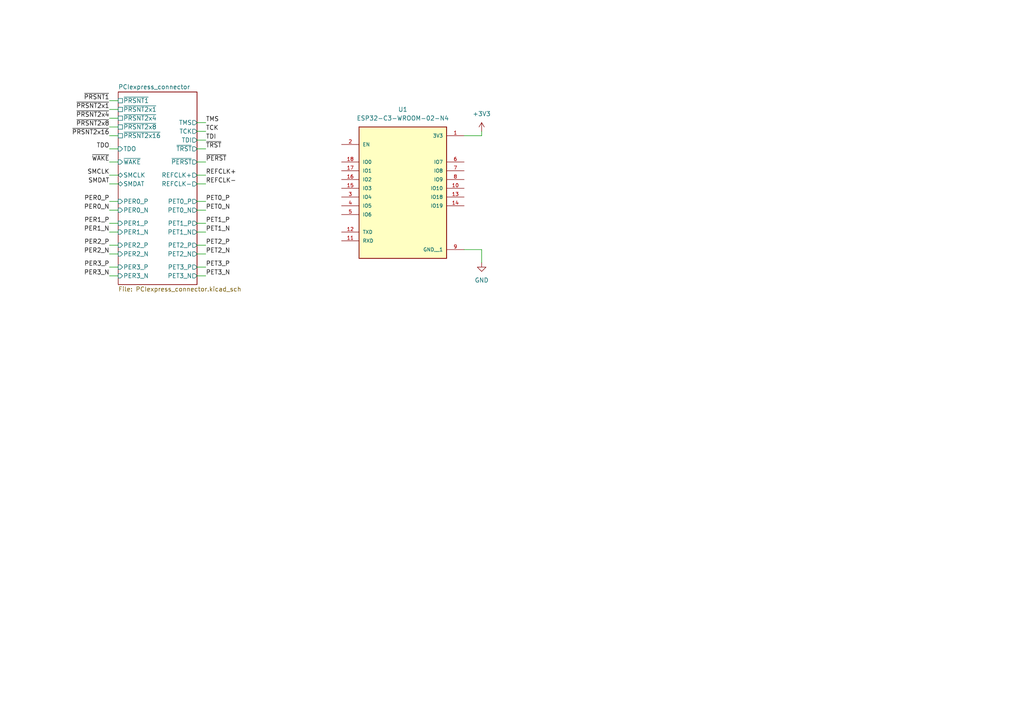
<source format=kicad_sch>
(kicad_sch (version 20231120) (generator "eeschema") (generator_version "8.0")
  (paper "A4")
  (title_block (title "PCIexpress_x4_low") (company "Author: Luca Anastasio"))
  (lib_symbols
    (symbol "Alexander Symbol Library:ESP32-C3-WROOM-02-N4" (pin_names (offset 1.016))
      (property "Reference" "U1" (at 0 25.4 0))
      (property "Value" "ESP32-C3-WROOM-02-N4" (at 0 22.86 0))
      (symbol "ESP32-C3-WROOM-02-N4_0_0"
        (rectangle (start -12.7 20.32) (end 12.7 -17.78) (stroke (width 0.254)) (fill (type background)))
        (pin power_in line (at 17.78 17.78 180) (length 5.08) (name "3V3") (number "1"))
        (pin bidirectional line (at 17.78 2.54 180) (length 5.08) (name "IO10") (number "10"))
        (pin bidirectional line (at -17.78 -12.7 0) (length 5.08) (name "RXD") (number "11"))
        (pin bidirectional line (at -17.78 -10.16 0) (length 5.08) (name "TXD") (number "12"))
        (pin bidirectional line (at 17.78 0 180) (length 5.08) (name "IO18") (number "13"))
        (pin bidirectional line (at 17.78 -2.54 180) (length 5.08) (name "IO19") (number "14"))
        (pin bidirectional line (at -17.78 2.54 0) (length 5.08) (name "IO3") (number "15"))
        (pin bidirectional line (at -17.78 5.08 0) (length 5.08) (name "IO2") (number "16"))
        (pin bidirectional line (at -17.78 7.62 0) (length 5.08) (name "IO1") (number "17"))
        (pin bidirectional line (at -17.78 10.16 0) (length 5.08) (name "IO0") (number "18"))
        (pin power_in line (at 17.78 -15.24 180) (length 5.08) hide (name "GND__1") (number "19"))
        (pin input line (at -17.78 15.24 0) (length 5.08) (name "EN") (number "2"))
        (pin power_in line (at 17.78 -15.24 180) (length 5.08) hide (name "GND__2") (number "20"))
        (pin power_in line (at 17.78 -15.24 180) (length 5.08) hide (name "GND__3") (number "21"))
        (pin power_in line (at 17.78 -15.24 180) (length 5.08) hide (name "GND__4") (number "22"))
        (pin power_in line (at 17.78 -15.24 180) (length 5.08) hide (name "GND__5") (number "23"))
        (pin power_in line (at 17.78 -15.24 180) (length 5.08) hide (name "GND__6") (number "24"))
        (pin power_in line (at 17.78 -15.24 180) (length 5.08) hide (name "GND__7") (number "25"))
        (pin power_in line (at 17.78 -15.24 180) (length 5.08) hide (name "GND__8") (number "26"))
        (pin power_in line (at 17.78 -15.24 180) (length 5.08) hide (name "GND__9") (number "27"))
        (pin power_in line (at 17.78 -15.24 180) (length 5.08) hide (name "GND__10") (number "28"))
        (pin power_in line (at 17.78 -15.24 180) (length 5.08) hide (name "GND__11") (number "29"))
        (pin bidirectional line (at -17.78 0 0) (length 5.08) (name "IO4") (number "3"))
        (pin power_in line (at 17.78 -15.24 180) (length 5.08) hide (name "GND__12") (number "30"))
        (pin power_in line (at 17.78 -15.24 180) (length 5.08) hide (name "GND__13") (number "31"))
        (pin power_in line (at 17.78 -15.24 180) (length 5.08) hide (name "GND__14") (number "32"))
        (pin power_in line (at 17.78 -15.24 180) (length 5.08) hide (name "GND__15") (number "33"))
        (pin power_in line (at 17.78 -15.24 180) (length 5.08) hide (name "GND__16") (number "34"))
        (pin power_in line (at 17.78 -15.24 180) (length 5.08) hide (name "GND__17") (number "35"))
        (pin power_in line (at 17.78 -15.24 180) (length 5.08) hide (name "GND__18") (number "36"))
        (pin power_in line (at 17.78 -15.24 180) (length 5.08) hide (name "GND__19") (number "37"))
        (pin power_in line (at 17.78 -15.24 180) (length 5.08) hide (name "GND__20") (number "38"))
        (pin power_in line (at 17.78 -15.24 180) (length 5.08) hide (name "GND__21") (number "39"))
        (pin bidirectional line (at -17.78 -2.54 0) (length 5.08) (name "IO5") (number "4"))
        (pin bidirectional line (at -17.78 -5.08 0) (length 5.08) (name "IO6") (number "5"))
        (pin bidirectional line (at 17.78 10.16 180) (length 5.08) (name "IO7") (number "6"))
        (pin bidirectional line (at 17.78 7.62 180) (length 5.08) (name "IO8") (number "7"))
        (pin bidirectional line (at 17.78 5.08 180) (length 5.08) (name "IO9") (number "8"))
        (pin power_in line (at 17.78 -15.24 180) (length 5.08) (name "GND__1") (number "9"))
      )
    )
    (symbol "power:+3V3" (power) (pin_numbers hide) (pin_names (offset 0) hide)
      (property "Value" "+3V3" (at 0 3.556 0))
      (symbol "+3V3_0_1"
        (polyline (pts (xy -0.762 1.27) (xy 0 2.54)))
        (polyline (pts (xy 0 0) (xy 0 2.54)))
        (polyline (pts (xy 0 2.54) (xy 0.762 1.27)))
      )
      (symbol "+3V3_1_1"
        (pin power_in line (at 0 0 90) (length 0) (name "~") (number "1"))
      )
    )
    (symbol "power:GND" (power) (pin_numbers hide) (pin_names (offset 0) hide)
      (property "Value" "GND" (at 0 -3.81 0))
      (symbol "GND_0_1"
        (polyline (pts (xy 0 0) (xy 0 -1.27) (xy 1.27 -1.27) (xy 0 -2.54) (xy -1.27 -1.27) (xy 0 -1.27)))
      )
      (symbol "GND_1_1"
        (pin power_in line (at 0 0 270) (length 0) (name "~") (number "1"))
      )
    )
  )
  (wire (pts (xy 57.15 43.18) (xy 59.69 43.18)))
  (wire (pts (xy 57.15 71.12) (xy 59.69 71.12)))
  (wire (pts (xy 31.75 39.37) (xy 34.29 39.37)))
  (wire (pts (xy 31.75 67.31) (xy 34.29 67.31)))
  (wire (pts (xy 57.15 73.66) (xy 59.69 73.66)))
  (wire (pts (xy 57.15 80.01) (xy 59.69 80.01)))
  (wire (pts (xy 31.75 80.01) (xy 34.29 80.01)))
  (wire (pts (xy 139.7 72.39) (xy 139.7 76.2)))
  (wire (pts (xy 57.15 53.34) (xy 59.69 53.34)))
  (wire (pts (xy 31.75 50.8) (xy 34.29 50.8)))
  (wire (pts (xy 57.15 67.31) (xy 59.69 67.31)))
  (wire (pts (xy 139.7 39.37) (xy 139.7 38.1)))
  (wire (pts (xy 31.75 31.75) (xy 34.29 31.75)))
  (wire (pts (xy 57.15 64.77) (xy 59.69 64.77)))
  (wire (pts (xy 57.15 38.1) (xy 59.69 38.1)))
  (wire (pts (xy 57.15 40.64) (xy 59.69 40.64)))
  (wire (pts (xy 57.15 60.96) (xy 59.69 60.96)))
  (wire (pts (xy 31.75 53.34) (xy 34.29 53.34)))
  (wire (pts (xy 31.75 46.99) (xy 34.29 46.99)))
  (wire (pts (xy 31.75 43.18) (xy 34.29 43.18)))
  (wire (pts (xy 31.75 73.66) (xy 34.29 73.66)))
  (wire (pts (xy 134.62 39.37) (xy 139.7 39.37)))
  (wire (pts (xy 31.75 71.12) (xy 34.29 71.12)))
  (wire (pts (xy 57.15 46.99) (xy 59.69 46.99)))
  (wire (pts (xy 31.75 34.29) (xy 34.29 34.29)))
  (wire (pts (xy 31.75 60.96) (xy 34.29 60.96)))
  (wire (pts (xy 57.15 58.42) (xy 59.69 58.42)))
  (wire (pts (xy 31.75 29.21) (xy 34.29 29.21)))
  (wire (pts (xy 57.15 35.56) (xy 59.69 35.56)))
  (wire (pts (xy 57.15 77.47) (xy 59.69 77.47)))
  (wire (pts (xy 31.75 36.83) (xy 34.29 36.83)))
  (wire (pts (xy 57.15 50.8) (xy 59.69 50.8)))
  (wire (pts (xy 31.75 58.42) (xy 34.29 58.42)))
  (wire (pts (xy 31.75 64.77) (xy 34.29 64.77)))
  (wire (pts (xy 134.62 72.39) (xy 139.7 72.39)))
  (wire (pts (xy 31.75 77.47) (xy 34.29 77.47)))
  (label "SMCLK" (at 31.75 50.8 180))
  (label "PET0_N" (at 59.69 60.96 0))
  (label "~{PERST}" (at 59.69 46.99 0))
  (label "PET1_N" (at 59.69 67.31 0))
  (label "PET3_P" (at 59.69 77.47 0))
  (label "PET2_N" (at 59.69 73.66 0))
  (label "REFCLK-" (at 59.69 53.34 0))
  (label "TCK" (at 59.69 38.1 0))
  (label "~{PRSNT2x4}" (at 31.75 34.29 180))
  (label "REFCLK+" (at 59.69 50.8 0))
  (label "PER0_P" (at 31.75 58.42 180))
  (label "PER0_N" (at 31.75 60.96 180))
  (label "~{PRSNT2x1}" (at 31.75 31.75 180))
  (label "~{PRSNT2x16}" (at 31.75 39.37 180))
  (label "TDI" (at 59.69 40.64 0))
  (label "SMDAT" (at 31.75 53.34 180))
  (label "PER2_N" (at 31.75 73.66 180))
  (label "PER2_P" (at 31.75 71.12 180))
  (label "PET1_P" (at 59.69 64.77 0))
  (label "PET2_P" (at 59.69 71.12 0))
  (label "~{PRSNT1}" (at 31.75 29.21 180))
  (label "PER1_N" (at 31.75 67.31 180))
  (label "PER3_P" (at 31.75 77.47 180))
  (label "~{PRSNT2x8}" (at 31.75 36.83 180))
  (label "~{TRST}" (at 59.69 43.18 0))
  (label "TMS" (at 59.69 35.56 0))
  (label "PER3_N" (at 31.75 80.01 180))
  (label "~{WAKE}" (at 31.75 46.99 180))
  (label "PET0_P" (at 59.69 58.42 0))
  (label "PER1_P" (at 31.75 64.77 180))
  (label "PET3_N" (at 59.69 80.01 0))
  (label "TDO" (at 31.75 43.18 180))
  (symbol (lib_id "power:+3V3") (at 139.7 38.1 0) (unit 1)
    (property "Reference" "#PWR01" (effects (hide yes)))
    (property "Value" "+3V3" (at 139.7 33.02 0))
    (property "Description" "Power symbol creates a global label with name \"+3V3\"" (effects (hide yes)))
  )
  (symbol (lib_id "power:GND") (at 139.7 76.2 0) (unit 1)
    (property "Reference" "#PWR02" (effects (hide yes)))
    (property "Value" "GND" (at 139.7 81.28 0))
    (property "Description" "Power symbol creates a global label with name \"GND\" , ground" (effects (hide yes)))
  )
  (symbol (lib_id "Alexander Symbol Library:ESP32-C3-WROOM-02-N4") (at 116.84 57.15 0) (unit 1)
    (property "Reference" "U1" (at 116.84 31.75 0))
    (property "Value" "ESP32-C3-WROOM-02-N4" (at 116.84 34.29 0))
    (property "Footprint" "Alexander Footprint Library:ESP32-C3-WROOM-02-H4" (effects (hide yes)))
    (property "MP" "ESP32-C3-WROOM-02-H4" (effects (hide yes)))
  )
  (sheet (at 34.29 26.67) (size 22.86 55.88)
    (property "Sheetname" "PCIexpress_connector" (at 34.29 25.9584 0) (effects (justify left bottom)))
    (property "Sheetfile" "PCIexpress_connector.kicad_sch" (at 34.29 83.1346 0) (effects (justify left top)))
    (pin "PET0_P" output (at 57.15 58.42 0))
    (pin "PET0_N" output (at 57.15 60.96 0))
    (pin "REFCLK+" output (at 57.15 50.8 0))
    (pin "REFCLK-" output (at 57.15 53.34 0))
    (pin "~{PRSNT2x16}" passive (at 34.29 39.37 180))
    (pin "TDO" input (at 34.29 43.18 180))
    (pin "TMS" output (at 57.15 35.56 0))
    (pin "TDI" output (at 57.15 40.64 0))
    (pin "TCK" output (at 57.15 38.1 0))
    (pin "PET1_P" output (at 57.15 64.77 0))
    (pin "PET1_N" output (at 57.15 67.31 0))
    (pin "PET2_P" output (at 57.15 71.12 0))
    (pin "PET2_N" output (at 57.15 73.66 0))
    (pin "PET3_P" output (at 57.15 77.47 0))
    (pin "PET3_N" output (at 57.15 80.01 0))
    (pin "PER1_P" input (at 34.29 64.77 180))
    (pin "PER1_N" input (at 34.29 67.31 180))
    (pin "PER2_P" input (at 34.29 71.12 180))
    (pin "PER2_N" input (at 34.29 73.66 180))
    (pin "PER3_P" input (at 34.29 77.47 180))
    (pin "PER3_N" input (at 34.29 80.01 180))
    (pin "~{WAKE}" input (at 34.29 46.99 180))
    (pin "~{TRST}" output (at 57.15 43.18 0))
    (pin "SMCLK" bidirectional (at 34.29 50.8 180))
    (pin "SMDAT" bidirectional (at 34.29 53.34 180))
    (pin "~{PERST}" output (at 57.15 46.99 0))
    (pin "~{PRSNT1}" passive (at 34.29 29.21 180))
    (pin "~{PRSNT2x8}" passive (at 34.29 36.83 180))
    (pin "~{PRSNT2x4}" passive (at 34.29 34.29 180))
    (pin "~{PRSNT2x1}" passive (at 34.29 31.75 180))
    (pin "PER0_N" input (at 34.29 60.96 180))
    (pin "PER0_P" input (at 34.29 58.42 180))
  )
)
</source>
